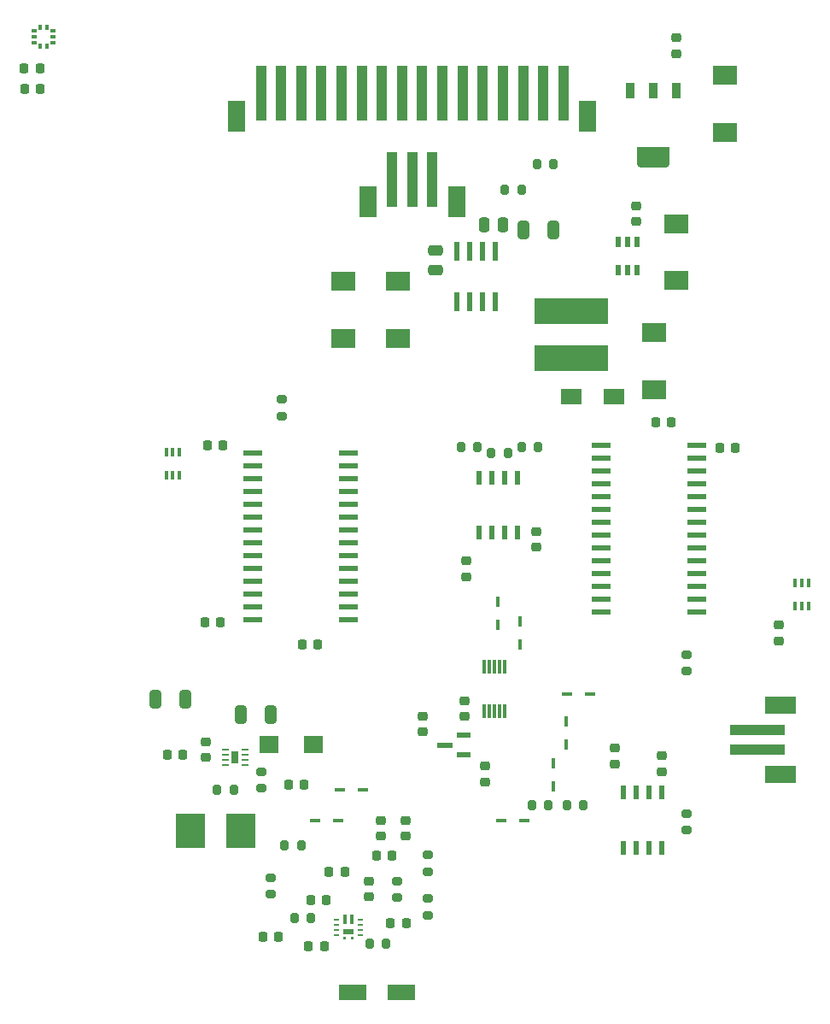
<source format=gbr>
%TF.GenerationSoftware,KiCad,Pcbnew,9.0.6*%
%TF.CreationDate,2025-11-23T08:40:39-06:00*%
%TF.ProjectId,DAQ,4441512e-6b69-4636-9164-5f7063625858,rev?*%
%TF.SameCoordinates,Original*%
%TF.FileFunction,Paste,Top*%
%TF.FilePolarity,Positive*%
%FSLAX46Y46*%
G04 Gerber Fmt 4.6, Leading zero omitted, Abs format (unit mm)*
G04 Created by KiCad (PCBNEW 9.0.6) date 2025-11-23 08:40:39*
%MOMM*%
%LPD*%
G01*
G04 APERTURE LIST*
G04 Aperture macros list*
%AMRoundRect*
0 Rectangle with rounded corners*
0 $1 Rounding radius*
0 $2 $3 $4 $5 $6 $7 $8 $9 X,Y pos of 4 corners*
0 Add a 4 corners polygon primitive as box body*
4,1,4,$2,$3,$4,$5,$6,$7,$8,$9,$2,$3,0*
0 Add four circle primitives for the rounded corners*
1,1,$1+$1,$2,$3*
1,1,$1+$1,$4,$5*
1,1,$1+$1,$6,$7*
1,1,$1+$1,$8,$9*
0 Add four rect primitives between the rounded corners*
20,1,$1+$1,$2,$3,$4,$5,0*
20,1,$1+$1,$4,$5,$6,$7,0*
20,1,$1+$1,$6,$7,$8,$9,0*
20,1,$1+$1,$8,$9,$2,$3,0*%
G04 Aperture macros list end*
%ADD10C,0.000000*%
%ADD11R,0.450800X1.111200*%
%ADD12R,2.387600X1.955800*%
%ADD13R,5.511800X0.990600*%
%ADD14R,3.098800X1.701800*%
%ADD15RoundRect,0.200000X-0.275000X0.200000X-0.275000X-0.200000X0.275000X-0.200000X0.275000X0.200000X0*%
%ADD16RoundRect,0.225000X-0.250000X0.225000X-0.250000X-0.225000X0.250000X-0.225000X0.250000X0.225000X0*%
%ADD17RoundRect,0.225000X-0.225000X-0.250000X0.225000X-0.250000X0.225000X0.250000X-0.225000X0.250000X0*%
%ADD18RoundRect,0.225000X0.250000X-0.225000X0.250000X0.225000X-0.250000X0.225000X-0.250000X-0.225000X0*%
%ADD19R,0.711200X0.254000*%
%ADD20R,0.711200X1.295400*%
%ADD21R,2.768600X1.498600*%
%ADD22RoundRect,0.225000X0.225000X0.250000X-0.225000X0.250000X-0.225000X-0.250000X0.225000X-0.250000X0*%
%ADD23R,1.111200X0.450800*%
%ADD24R,1.879600X0.558800*%
%ADD25RoundRect,0.250000X-0.325000X-0.650000X0.325000X-0.650000X0.325000X0.650000X-0.325000X0.650000X0*%
%ADD26R,2.120000X1.500000*%
%ADD27R,7.289800X2.590800*%
%ADD28R,0.838200X1.600200*%
%ADD29RoundRect,0.270000X1.300000X0.630000X-1.300000X0.630000X-1.300000X-0.630000X1.300000X-0.630000X0*%
%ADD30R,0.558800X1.460500*%
%ADD31RoundRect,0.200000X0.200000X0.275000X-0.200000X0.275000X-0.200000X-0.275000X0.200000X-0.275000X0*%
%ADD32R,0.599999X1.000000*%
%ADD33R,0.355600X0.850900*%
%ADD34RoundRect,0.250000X0.325000X0.650000X-0.325000X0.650000X-0.325000X-0.650000X0.325000X-0.650000X0*%
%ADD35R,0.990600X5.511800*%
%ADD36R,1.701800X3.098800*%
%ADD37R,1.700000X3.098800*%
%ADD38RoundRect,0.200000X-0.200000X-0.275000X0.200000X-0.275000X0.200000X0.275000X-0.200000X0.275000X0*%
%ADD39RoundRect,0.250000X0.250000X0.475000X-0.250000X0.475000X-0.250000X-0.475000X0.250000X-0.475000X0*%
%ADD40RoundRect,0.250000X-0.475000X0.250000X-0.475000X-0.250000X0.475000X-0.250000X0.475000X0.250000X0*%
%ADD41R,0.558800X1.981200*%
%ADD42R,1.320800X0.558800*%
%ADD43R,1.587500X0.558800*%
%ADD44R,1.879600X1.676400*%
%ADD45R,0.330200X1.371600*%
%ADD46RoundRect,0.200000X0.275000X-0.200000X0.275000X0.200000X-0.275000X0.200000X-0.275000X-0.200000X0*%
%ADD47R,0.406400X0.558800*%
%ADD48R,0.558800X0.406400*%
%ADD49R,0.549999X0.249999*%
%ADD50R,3.000000X3.500000*%
G04 APERTURE END LIST*
D10*
%TO.C,U12*%
G36*
X90474800Y-107378500D02*
G01*
X87325200Y-107378500D01*
X87325200Y-105778300D01*
X90474800Y-105778300D01*
X90474800Y-107378500D01*
G37*
%TO.C,U1*%
G36*
X58418988Y-184268049D02*
G01*
X58169306Y-184268049D01*
X58169306Y-183987989D01*
X58418988Y-183987989D01*
X58418988Y-184268049D01*
G37*
G36*
X58493969Y-182787991D02*
G01*
X58143982Y-182787991D01*
X58143982Y-181868029D01*
X58493969Y-181868029D01*
X58493969Y-182787991D01*
G37*
G36*
X59168974Y-183787862D02*
G01*
X58169001Y-183787862D01*
X58169001Y-183267975D01*
X59168974Y-183267975D01*
X59168974Y-183787862D01*
G37*
G36*
X59168999Y-184267948D02*
G01*
X58919165Y-184267948D01*
X58919165Y-183988167D01*
X59168999Y-183988167D01*
X59168999Y-184267948D01*
G37*
G36*
X59194018Y-182787966D02*
G01*
X58843930Y-182787966D01*
X58843930Y-181868029D01*
X59194018Y-181868029D01*
X59194018Y-182787966D01*
G37*
%TD*%
D11*
%TO.C,CR6*%
X79000000Y-166850000D03*
X79000000Y-169150000D03*
%TD*%
D12*
%TO.C,C1*%
X89000000Y-129819400D03*
X89000000Y-124180600D03*
%TD*%
D13*
%TO.C,J8*%
X99255199Y-163499999D03*
X99255199Y-165500001D03*
D14*
X101505200Y-161100002D03*
X101505200Y-167899998D03*
%TD*%
D15*
%TO.C,R10*%
X92202000Y-156084000D03*
X92202000Y-157734000D03*
%TD*%
D16*
%TO.C,C14*%
X66040000Y-162179000D03*
X66040000Y-163729000D03*
%TD*%
D17*
%TO.C,C23*%
X44691000Y-135382000D03*
X46241000Y-135382000D03*
%TD*%
D18*
%TO.C,C18*%
X61874000Y-174030501D03*
X61874000Y-172480501D03*
%TD*%
D19*
%TO.C,U13*%
X46500000Y-165499998D03*
X46500000Y-165999999D03*
X46500000Y-166499999D03*
X46500000Y-167000000D03*
X48405000Y-167000000D03*
X48405000Y-166499999D03*
X48405000Y-165999999D03*
X48405000Y-165499998D03*
D20*
X47452500Y-166249999D03*
%TD*%
D21*
%TO.C,L3*%
X63913000Y-189500000D03*
X59087000Y-189500000D03*
%TD*%
D22*
%TO.C,C3*%
X56269000Y-184939501D03*
X54719000Y-184939501D03*
%TD*%
D17*
%TO.C,C34*%
X40725000Y-166000000D03*
X42275000Y-166000000D03*
%TD*%
D23*
%TO.C,CR5*%
X60150000Y-169500000D03*
X57850000Y-169500000D03*
%TD*%
D24*
%TO.C,U6*%
X83730253Y-135303253D03*
X83730253Y-136573253D03*
X83730253Y-137843253D03*
X83730253Y-139113253D03*
X83730253Y-140383253D03*
X83730253Y-141653253D03*
X83730253Y-142923253D03*
X83730253Y-144193253D03*
X83730253Y-145463253D03*
X83730253Y-146733253D03*
X83730253Y-148003253D03*
X83730253Y-149273253D03*
X83730253Y-150543253D03*
X83730253Y-151813253D03*
X93204453Y-151813253D03*
X93204453Y-150543253D03*
X93204453Y-149273253D03*
X93204453Y-148003253D03*
X93204453Y-146733253D03*
X93204453Y-145463253D03*
X93204453Y-144193253D03*
X93204453Y-142923253D03*
X93204453Y-141653253D03*
X93204453Y-140383253D03*
X93204453Y-139113253D03*
X93204453Y-137843253D03*
X93204453Y-136573253D03*
X93204453Y-135303253D03*
%TD*%
D12*
%TO.C,C9*%
X63627000Y-119100600D03*
X63627000Y-124739400D03*
%TD*%
D25*
%TO.C,C37*%
X39525000Y-160500000D03*
X42475000Y-160500000D03*
%TD*%
D26*
%TO.C,D3*%
X80770000Y-130500000D03*
X85000000Y-130500000D03*
%TD*%
D18*
%TO.C,C29*%
X70358000Y-148349000D03*
X70358000Y-146799000D03*
%TD*%
D16*
%TO.C,C27*%
X89789000Y-166103000D03*
X89789000Y-167653000D03*
%TD*%
D17*
%TO.C,C7*%
X50225000Y-184000000D03*
X51775000Y-184000000D03*
%TD*%
D15*
%TO.C,R13*%
X92202000Y-171832000D03*
X92202000Y-173482000D03*
%TD*%
D27*
%TO.C,L2*%
X80772000Y-122047000D03*
X80772000Y-126746000D03*
%TD*%
D15*
%TO.C,R8*%
X66543000Y-180223000D03*
X66543000Y-181873000D03*
%TD*%
D18*
%TO.C,C26*%
X85090000Y-166891000D03*
X85090000Y-165341000D03*
%TD*%
D24*
%TO.C,U3*%
X58674000Y-152654000D03*
X58674000Y-151384000D03*
X58674000Y-150114000D03*
X58674000Y-148844000D03*
X58674000Y-147574000D03*
X58674000Y-146304000D03*
X58674000Y-145034000D03*
X58674000Y-143764000D03*
X58674000Y-142494000D03*
X58674000Y-141224000D03*
X58674000Y-139954000D03*
X58674000Y-138684000D03*
X58674000Y-137414000D03*
X58674000Y-136144000D03*
X49199800Y-136144000D03*
X49199800Y-137414000D03*
X49199800Y-138684000D03*
X49199800Y-139954000D03*
X49199800Y-141224000D03*
X49199800Y-142494000D03*
X49199800Y-143764000D03*
X49199800Y-145034000D03*
X49199800Y-146304000D03*
X49199800Y-147574000D03*
X49199800Y-148844000D03*
X49199800Y-150114000D03*
X49199800Y-151384000D03*
X49199800Y-152654000D03*
%TD*%
D28*
%TO.C,U12*%
X91200000Y-100177600D03*
X88900000Y-100177600D03*
X86600000Y-100177600D03*
D29*
X88900000Y-106878000D03*
%TD*%
D30*
%TO.C,U11*%
X85979000Y-175190150D03*
X87249000Y-175190150D03*
X88519000Y-175190150D03*
X89789000Y-175190150D03*
X89789000Y-169741850D03*
X88519000Y-169741850D03*
X87249000Y-169741850D03*
X85979000Y-169741850D03*
%TD*%
D31*
%TO.C,R19*%
X79000000Y-107500000D03*
X77350000Y-107500000D03*
%TD*%
%TO.C,R6*%
X74485000Y-136144000D03*
X72835000Y-136144000D03*
%TD*%
D18*
%TO.C,C4*%
X60701000Y-180045000D03*
X60701000Y-178495000D03*
%TD*%
D32*
%TO.C,U5*%
X85409999Y-117961001D03*
X86360000Y-117961001D03*
X87309998Y-117961001D03*
X87309998Y-115211001D03*
X86360000Y-115211001D03*
X85409999Y-115211001D03*
%TD*%
D33*
%TO.C,U7*%
X104281999Y-148990050D03*
X103632000Y-148990050D03*
X102982001Y-148990050D03*
X102982001Y-151237950D03*
X103632000Y-151237950D03*
X104281999Y-151237950D03*
%TD*%
D18*
%TO.C,C24*%
X101346000Y-154699000D03*
X101346000Y-153149000D03*
%TD*%
D34*
%TO.C,C11*%
X78975000Y-114000000D03*
X76025000Y-114000000D03*
%TD*%
D16*
%TO.C,C15*%
X44500000Y-164725000D03*
X44500000Y-166275000D03*
%TD*%
D17*
%TO.C,C32*%
X44450000Y-152908000D03*
X46000000Y-152908000D03*
%TD*%
D23*
%TO.C,CR3*%
X76150000Y-172500000D03*
X73850000Y-172500000D03*
%TD*%
D22*
%TO.C,C36*%
X28106000Y-100076000D03*
X26556000Y-100076000D03*
%TD*%
D17*
%TO.C,C16*%
X54960000Y-180367501D03*
X56510000Y-180367501D03*
%TD*%
D33*
%TO.C,U8*%
X41924999Y-136036050D03*
X41275000Y-136036050D03*
X40625001Y-136036050D03*
X40625001Y-138283950D03*
X41275000Y-138283950D03*
X41924999Y-138283950D03*
%TD*%
D35*
%TO.C,J4*%
X80000000Y-100500000D03*
X78000002Y-100500000D03*
X76000001Y-100500000D03*
X74000000Y-100500000D03*
X72000001Y-100500000D03*
X70000000Y-100500000D03*
X68000002Y-100500000D03*
X66000001Y-100500000D03*
X63999999Y-100500000D03*
X62000001Y-100500000D03*
X60000000Y-100500000D03*
X58000001Y-100500000D03*
X56000000Y-100500000D03*
X54000002Y-100500000D03*
X52000001Y-100500000D03*
X50000000Y-100500000D03*
D36*
X82400003Y-102750001D03*
X47599997Y-102750001D03*
%TD*%
D22*
%TO.C,C30*%
X97041000Y-135636000D03*
X95491000Y-135636000D03*
%TD*%
D16*
%TO.C,C20*%
X72263000Y-167132000D03*
X72263000Y-168682000D03*
%TD*%
D35*
%TO.C,J6*%
X67000000Y-109000000D03*
X64999999Y-109000000D03*
X62999998Y-109000000D03*
D37*
X60600000Y-111251964D03*
X69399998Y-111251964D03*
%TD*%
D12*
%TO.C,C2*%
X91186000Y-119024400D03*
X91186000Y-113385600D03*
%TD*%
D38*
%TO.C,R14*%
X69850000Y-135500000D03*
X71500000Y-135500000D03*
%TD*%
D39*
%TO.C,C10*%
X74000000Y-113500000D03*
X72100000Y-113500000D03*
%TD*%
D40*
%TO.C,C6*%
X67310000Y-116050000D03*
X67310000Y-117950000D03*
%TD*%
D41*
%TO.C,U10*%
X73279000Y-116154200D03*
X72009000Y-116154200D03*
X70739000Y-116154200D03*
X69469000Y-116154200D03*
X69469000Y-121081800D03*
X70739000Y-121081800D03*
X72009000Y-121081800D03*
X73279000Y-121081800D03*
%TD*%
D15*
%TO.C,R15*%
X51000000Y-178175000D03*
X51000000Y-179825000D03*
%TD*%
D18*
%TO.C,C28*%
X77343000Y-145428000D03*
X77343000Y-143878000D03*
%TD*%
D31*
%TO.C,R3*%
X78500000Y-171000000D03*
X76850000Y-171000000D03*
%TD*%
D12*
%TO.C,C12*%
X96000000Y-104319400D03*
X96000000Y-98680600D03*
%TD*%
D25*
%TO.C,C38*%
X48050000Y-162000000D03*
X51000000Y-162000000D03*
%TD*%
D30*
%TO.C,U2*%
X75438000Y-138569700D03*
X74168000Y-138569700D03*
X72898000Y-138569700D03*
X71628000Y-138569700D03*
X71628000Y-144018000D03*
X72898000Y-144018000D03*
X74168000Y-144018000D03*
X75438000Y-144018000D03*
%TD*%
D22*
%TO.C,C8*%
X58301000Y-177573501D03*
X56751000Y-177573501D03*
%TD*%
D31*
%TO.C,R2*%
X54986000Y-182145501D03*
X53336000Y-182145501D03*
%TD*%
D42*
%TO.C,U9*%
X70104000Y-165984002D03*
X70104000Y-164084000D03*
D43*
X68205350Y-165034001D03*
%TD*%
D38*
%TO.C,R17*%
X45675000Y-169500000D03*
X47325000Y-169500000D03*
%TD*%
D11*
%TO.C,CR1*%
X80264000Y-162680000D03*
X80264000Y-164980000D03*
%TD*%
D44*
%TO.C,U14*%
X50789200Y-165000000D03*
X55210800Y-165000000D03*
%TD*%
D17*
%TO.C,C31*%
X89141000Y-133096000D03*
X90691000Y-133096000D03*
%TD*%
D45*
%TO.C,U4*%
X72151999Y-161709100D03*
X72652001Y-161709100D03*
X73152000Y-161709100D03*
X73651999Y-161709100D03*
X74152001Y-161709100D03*
X74152001Y-157314900D03*
X73651999Y-157314900D03*
X73152000Y-157314900D03*
X72652001Y-157314900D03*
X72151999Y-157314900D03*
%TD*%
D38*
%TO.C,R1*%
X60765000Y-184685501D03*
X62415000Y-184685501D03*
%TD*%
D46*
%TO.C,R18*%
X50000000Y-169325000D03*
X50000000Y-167675000D03*
%TD*%
D47*
%TO.C,U15*%
X28148001Y-95796100D03*
X28747999Y-95796100D03*
D48*
X29375100Y-95468999D03*
X29375100Y-94869000D03*
X29375100Y-94269001D03*
D47*
X28747999Y-93941900D03*
X28148001Y-93941900D03*
D48*
X27520900Y-94269001D03*
X27520900Y-94869000D03*
X27520900Y-95468999D03*
%TD*%
D15*
%TO.C,R7*%
X66543000Y-175905000D03*
X66543000Y-177555000D03*
%TD*%
D38*
%TO.C,R12*%
X75850000Y-135500000D03*
X77500000Y-135500000D03*
%TD*%
D16*
%TO.C,C13*%
X91186000Y-94996000D03*
X91186000Y-96546000D03*
%TD*%
D22*
%TO.C,C5*%
X63000000Y-175955000D03*
X61450000Y-175955000D03*
%TD*%
D18*
%TO.C,C25*%
X87249000Y-113170000D03*
X87249000Y-111620000D03*
%TD*%
D17*
%TO.C,C39*%
X52725000Y-169000000D03*
X54275000Y-169000000D03*
%TD*%
D23*
%TO.C,CR4*%
X55350000Y-172500000D03*
X57650000Y-172500000D03*
%TD*%
D31*
%TO.C,R4*%
X82000000Y-171000000D03*
X80350000Y-171000000D03*
%TD*%
D22*
%TO.C,C17*%
X64397000Y-182653501D03*
X62847000Y-182653501D03*
%TD*%
D12*
%TO.C,C21*%
X58166000Y-119100600D03*
X58166000Y-124739400D03*
%TD*%
D18*
%TO.C,C19*%
X64384000Y-174030501D03*
X64384000Y-172480501D03*
%TD*%
D38*
%TO.C,R11*%
X52350000Y-175000000D03*
X54000000Y-175000000D03*
%TD*%
D22*
%TO.C,C33*%
X55652000Y-155067000D03*
X54102000Y-155067000D03*
%TD*%
D38*
%TO.C,R20*%
X74175000Y-110000000D03*
X75825000Y-110000000D03*
%TD*%
D46*
%TO.C,R5*%
X63495000Y-180145000D03*
X63495000Y-178495000D03*
%TD*%
D11*
%TO.C,CR2*%
X75692000Y-152774000D03*
X75692000Y-155074000D03*
%TD*%
D49*
%TO.C,U1*%
X59843999Y-183818002D03*
X59843999Y-183318001D03*
X59843999Y-182818001D03*
X59843999Y-182318000D03*
X57494001Y-182318000D03*
X57494001Y-182818001D03*
X57494001Y-183318001D03*
X57494001Y-183818002D03*
%TD*%
D11*
%TO.C,CR8*%
X73500000Y-150850000D03*
X73500000Y-153150000D03*
%TD*%
D18*
%TO.C,C22*%
X70231000Y-162179000D03*
X70231000Y-160629000D03*
%TD*%
D46*
%TO.C,R9*%
X52070000Y-132461000D03*
X52070000Y-130811000D03*
%TD*%
D23*
%TO.C,CR7*%
X82650000Y-160000000D03*
X80350000Y-160000000D03*
%TD*%
D22*
%TO.C,C35*%
X28093000Y-98044000D03*
X26543000Y-98044000D03*
%TD*%
D50*
%TO.C,L4*%
X43000000Y-173500000D03*
X48000000Y-173500000D03*
%TD*%
M02*

</source>
